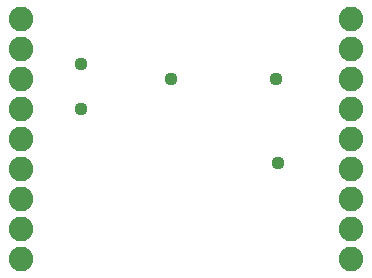
<source format=gbs>
G75*
G70*
%OFA0B0*%
%FSLAX24Y24*%
%IPPOS*%
%LPD*%
%AMOC8*
5,1,8,0,0,1.08239X$1,22.5*
%
%ADD10C,0.0820*%
%ADD11C,0.0440*%
D10*
X001494Y001181D03*
X001494Y002181D03*
X001494Y003181D03*
X001494Y004181D03*
X001494Y005181D03*
X001494Y006181D03*
X001494Y007181D03*
X001494Y008181D03*
X001494Y009181D03*
X012494Y009181D03*
X012494Y008181D03*
X012494Y007181D03*
X012494Y006181D03*
X012494Y005181D03*
X012494Y004181D03*
X012494Y003181D03*
X012494Y002181D03*
X012494Y001181D03*
D11*
X010044Y004381D03*
X009994Y007181D03*
X006494Y007181D03*
X003494Y007681D03*
X003494Y006181D03*
M02*

</source>
